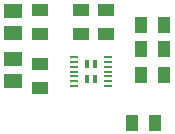
<source format=gbr>
G04 EAGLE Gerber RS-274X export*
G75*
%MOMM*%
%FSLAX34Y34*%
%LPD*%
%INSolderpaste Top*%
%IPPOS*%
%AMOC8*
5,1,8,0,0,1.08239X$1,22.5*%
G01*
%ADD10R,1.100000X1.400000*%
%ADD11R,1.400000X1.100000*%
%ADD12R,0.400000X0.800000*%
%ADD13R,0.700000X0.200000*%
%ADD14R,1.500000X1.300000*%


D10*
X152560Y20320D03*
X172560Y20320D03*
X180180Y82550D03*
X160180Y82550D03*
D11*
X130810Y115410D03*
X130810Y95410D03*
D10*
X160180Y102870D03*
X180180Y102870D03*
D12*
X115110Y69500D03*
X121110Y69500D03*
X115110Y57500D03*
X121110Y57500D03*
D13*
X103360Y75500D03*
X103360Y71500D03*
X103360Y67500D03*
X103360Y63500D03*
X103360Y59500D03*
X103360Y55500D03*
X103360Y51500D03*
X132860Y75500D03*
X132860Y71500D03*
X132860Y67500D03*
X132860Y63500D03*
X132860Y59500D03*
X132860Y55500D03*
X132860Y51500D03*
D10*
X160180Y60960D03*
X180180Y60960D03*
D11*
X109220Y95410D03*
X109220Y115410D03*
X74930Y69690D03*
X74930Y49690D03*
X74930Y95410D03*
X74930Y115410D03*
D14*
X52070Y55270D03*
X52070Y74270D03*
X52070Y95910D03*
X52070Y114910D03*
M02*

</source>
